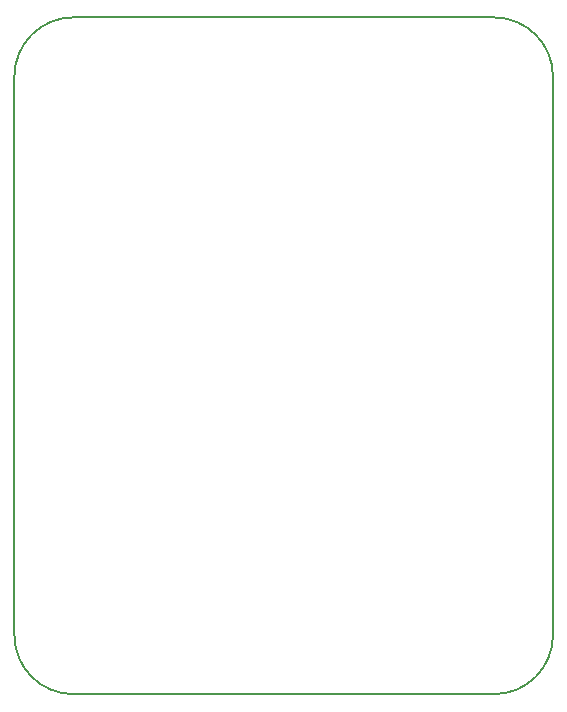
<source format=gbr>
G04 #@! TF.GenerationSoftware,KiCad,Pcbnew,5.1.4-e60b266~84~ubuntu19.04.1*
G04 #@! TF.CreationDate,2019-08-10T13:04:58+03:00*
G04 #@! TF.ProjectId,BRK-QFP-56-10x10-P0.65,42524b2d-5146-4502-9d35-362d31307831,v1.0*
G04 #@! TF.SameCoordinates,Original*
G04 #@! TF.FileFunction,Paste,Bot*
G04 #@! TF.FilePolarity,Positive*
%FSLAX46Y46*%
G04 Gerber Fmt 4.6, Leading zero omitted, Abs format (unit mm)*
G04 Created by KiCad (PCBNEW 5.1.4-e60b266~84~ubuntu19.04.1) date 2019-08-10 13:04:58*
%MOMM*%
%LPD*%
G04 APERTURE LIST*
%ADD10C,0.150000*%
G04 APERTURE END LIST*
D10*
X76400000Y-27600000D02*
G75*
G02X81400000Y-32600000I0J-5000000D01*
G01*
X35800000Y-32600000D02*
G75*
G02X40800000Y-27600000I5000000J0D01*
G01*
X81400000Y-79900000D02*
G75*
G02X76400000Y-84900000I-5000000J0D01*
G01*
X40800000Y-84900000D02*
G75*
G02X35800000Y-79900000I0J5000000D01*
G01*
X76400000Y-84900000D02*
X40800000Y-84900000D01*
X81400000Y-32600000D02*
X81400000Y-79900000D01*
X40800000Y-27600000D02*
X76400000Y-27600000D01*
X35800000Y-79900000D02*
X35800000Y-32600000D01*
M02*

</source>
